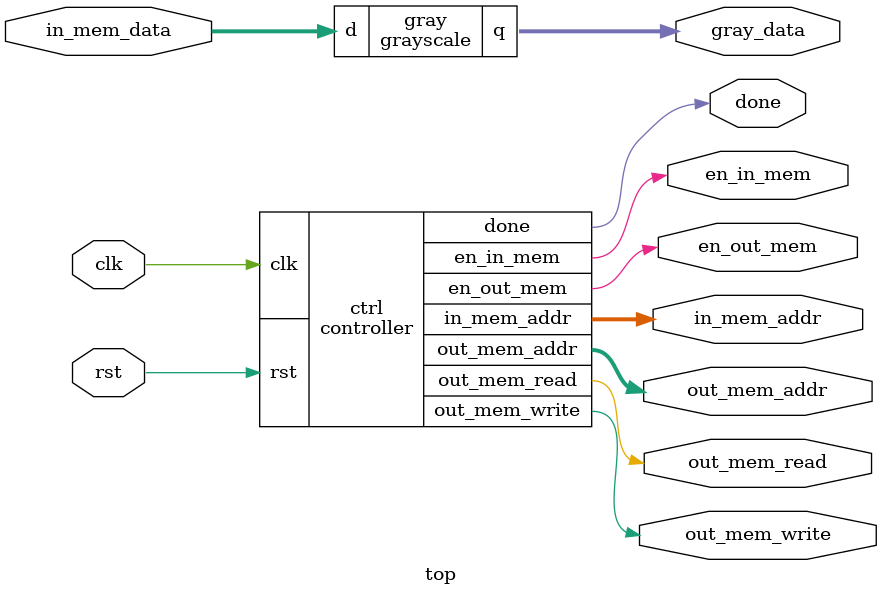
<source format=v>


module grayscale_DW01_add_0 ( A, B, CI, SUM, CO );
  input [11:0] A;
  input [11:0] B;
  output [11:0] SUM;
  input CI;
  output CO;
  wire   n1, n2;
  wire   [11:1] carry;

  ADDFXL U1_3 ( .A(A[3]), .B(B[3]), .CI(carry[3]), .CO(carry[4]), .S(SUM[3])
         );
  ADDFXL U1_10 ( .A(A[10]), .B(B[10]), .CI(carry[10]), .CO(carry[11]), .S(
        SUM[10]) );
  ADDFXL U1_9 ( .A(A[9]), .B(B[9]), .CI(carry[9]), .CO(carry[10]), .S(SUM[9])
         );
  ADDFXL U1_4 ( .A(A[4]), .B(B[4]), .CI(carry[4]), .CO(carry[5]), .S(SUM[4])
         );
  ADDFXL U1_8 ( .A(A[8]), .B(B[8]), .CI(carry[8]), .CO(carry[9]), .S(SUM[8])
         );
  ADDFXL U1_7 ( .A(A[7]), .B(B[7]), .CI(carry[7]), .CO(carry[8]), .S(SUM[7])
         );
  ADDFXL U1_6 ( .A(A[6]), .B(B[6]), .CI(carry[6]), .CO(carry[7]), .S(SUM[6])
         );
  ADDFXL U1_5 ( .A(A[5]), .B(B[5]), .CI(carry[5]), .CO(carry[6]), .S(SUM[5])
         );
  XOR2X1 U1 ( .A(B[11]), .B(carry[11]), .Y(SUM[11]) );
  AND2X1 U2 ( .A(A[1]), .B(B[1]), .Y(n1) );
  OAI2BB1X1 U3 ( .A0N(n1), .A1N(A[2]), .B0(n2), .Y(carry[3]) );
  OAI21XL U4 ( .A0(A[2]), .A1(n1), .B0(B[2]), .Y(n2) );
endmodule


module grayscale_DW01_inc_0 ( A, SUM );
  input [7:0] A;
  output [7:0] SUM;

  wire   [7:2] carry;

  ADDHXL U1_1_5 ( .A(A[5]), .B(carry[5]), .CO(carry[6]), .S(SUM[5]) );
  ADDHXL U1_1_6 ( .A(A[6]), .B(carry[6]), .CO(carry[7]), .S(SUM[6]) );
  ADDHXL U1_1_4 ( .A(A[4]), .B(carry[4]), .CO(carry[5]), .S(SUM[4]) );
  ADDHXL U1_1_3 ( .A(A[3]), .B(carry[3]), .CO(carry[4]), .S(SUM[3]) );
  ADDHXL U1_1_2 ( .A(A[2]), .B(carry[2]), .CO(carry[3]), .S(SUM[2]) );
  ADDHXL U1_1_1 ( .A(A[1]), .B(A[0]), .CO(carry[2]), .S(SUM[1]) );
  CLKINVX1 U1 ( .A(A[0]), .Y(SUM[0]) );
  XOR2X1 U2 ( .A(carry[7]), .B(A[7]), .Y(SUM[7]) );
endmodule


module grayscale ( d, q );
  input [23:0] d;
  output [7:0] q;
  wire   N36, N37, N38, N39, N40, N41, N42, N43, N44, N46, N47, N48, N49, N50,
         N51, N52, N53, N9, N8, N7, N6, N5, N4, N34, N33, N32, N31, N30, N29,
         N28, N27, N26, N25, N23, N22, N21, N20, N19, N18, N17, N16, N15, N14,
         N13, N12, \add_2_root_add_0_root_add_16_4/carry[9] ,
         \add_2_root_add_0_root_add_16_4/carry[8] ,
         \add_2_root_add_0_root_add_16_4/carry[7] ,
         \add_2_root_add_0_root_add_16_4/carry[6] ,
         \add_2_root_add_0_root_add_16_4/carry[5] ,
         \add_2_root_add_0_root_add_16_4/carry[4] ,
         \add_2_root_add_0_root_add_16_4/carry[3] ,
         \add_1_root_add_0_root_add_16_4/carry[10] ,
         \add_1_root_add_0_root_add_16_4/carry[9] ,
         \add_1_root_add_0_root_add_16_4/carry[8] ,
         \add_1_root_add_0_root_add_16_4/carry[7] ,
         \add_1_root_add_0_root_add_16_4/carry[6] ,
         \add_1_root_add_0_root_add_16_4/carry[5] ,
         \add_1_root_add_0_root_add_16_4/carry[4] ,
         \add_3_root_add_0_root_add_16_4/carry[7] ,
         \add_3_root_add_0_root_add_16_4/carry[6] ,
         \add_3_root_add_0_root_add_16_4/carry[5] ,
         \add_3_root_add_0_root_add_16_4/carry[4] ,
         \add_3_root_add_0_root_add_16_4/carry[3] ,
         \add_3_root_add_0_root_add_16_4/carry[2] ,
         \add_3_root_add_0_root_add_16_4/carry[1] , n1, n2;
  wire   SYNOPSYS_UNCONNECTED__0, SYNOPSYS_UNCONNECTED__1, 
        SYNOPSYS_UNCONNECTED__2;
  assign N25 = d[16];

  grayscale_DW01_add_0 add_0_root_add_0_root_add_16_4 ( .A({1'b0, N34, N33, 
        N32, N31, N30, N29, N28, N27, N26, N25, 1'b0}), .B({N23, N22, N21, N20, 
        N19, N18, N17, N16, N15, N14, N13, N12}), .CI(1'b0), .SUM({N44, N43, 
        N42, N41, N40, N39, N38, N37, N36, SYNOPSYS_UNCONNECTED__0, 
        SYNOPSYS_UNCONNECTED__1, SYNOPSYS_UNCONNECTED__2}) );
  grayscale_DW01_inc_0 add_17 ( .A({N44, N43, N42, N41, N40, N39, N38, N37}), 
        .SUM({N53, N52, N51, N50, N49, N48, N47, N46}) );
  AO22X2 U3 ( .A0(N50), .A1(n1), .B0(N41), .B1(n2), .Y(q[4]) );
  AO22X2 U4 ( .A0(N46), .A1(n1), .B0(N37), .B1(n2), .Y(q[0]) );
  AO22X2 U5 ( .A0(N47), .A1(n1), .B0(N38), .B1(n2), .Y(q[1]) );
  AO22X2 U6 ( .A0(N48), .A1(n1), .B0(N39), .B1(n2), .Y(q[2]) );
  AO22X2 U7 ( .A0(N49), .A1(n1), .B0(N40), .B1(n2), .Y(q[3]) );
  INVX3 U8 ( .A(n1), .Y(n2) );
  AO22X2 U9 ( .A0(N51), .A1(n1), .B0(N42), .B1(n2), .Y(q[5]) );
  AO22X2 U10 ( .A0(N52), .A1(n1), .B0(N43), .B1(n2), .Y(q[6]) );
  CLKBUFX3 U11 ( .A(N36), .Y(n1) );
  AO22X2 U12 ( .A0(N53), .A1(n1), .B0(N44), .B1(n2), .Y(q[7]) );
  ADDFXL U13 ( .A(d[9]), .B(d[1]), .CI(
        \add_3_root_add_0_root_add_16_4/carry[1] ), .CO(
        \add_3_root_add_0_root_add_16_4/carry[2] ), .S(N13) );
  ADDFXL U14 ( .A(d[15]), .B(d[7]), .CI(
        \add_3_root_add_0_root_add_16_4/carry[7] ), .CO(N9), .S(N8) );
  ADDFXL U15 ( .A(d[13]), .B(N9), .CI(
        \add_1_root_add_0_root_add_16_4/carry[8] ), .CO(
        \add_1_root_add_0_root_add_16_4/carry[9] ), .S(N20) );
  ADDFXL U16 ( .A(d[12]), .B(N8), .CI(
        \add_1_root_add_0_root_add_16_4/carry[7] ), .CO(
        \add_1_root_add_0_root_add_16_4/carry[8] ), .S(N19) );
  ADDFXL U17 ( .A(d[10]), .B(d[2]), .CI(
        \add_3_root_add_0_root_add_16_4/carry[2] ), .CO(
        \add_3_root_add_0_root_add_16_4/carry[3] ), .S(N14) );
  ADDFXL U18 ( .A(d[11]), .B(d[3]), .CI(
        \add_3_root_add_0_root_add_16_4/carry[3] ), .CO(
        \add_3_root_add_0_root_add_16_4/carry[4] ), .S(N4) );
  ADDFXL U19 ( .A(d[12]), .B(d[4]), .CI(
        \add_3_root_add_0_root_add_16_4/carry[4] ), .CO(
        \add_3_root_add_0_root_add_16_4/carry[5] ), .S(N5) );
  ADDFXL U20 ( .A(d[13]), .B(d[5]), .CI(
        \add_3_root_add_0_root_add_16_4/carry[5] ), .CO(
        \add_3_root_add_0_root_add_16_4/carry[6] ), .S(N6) );
  ADDFXL U21 ( .A(d[14]), .B(d[6]), .CI(
        \add_3_root_add_0_root_add_16_4/carry[6] ), .CO(
        \add_3_root_add_0_root_add_16_4/carry[7] ), .S(N7) );
  ADDFXL U22 ( .A(d[9]), .B(N5), .CI(\add_1_root_add_0_root_add_16_4/carry[4] ), .CO(\add_1_root_add_0_root_add_16_4/carry[5] ), .S(N16) );
  ADDFXL U23 ( .A(d[10]), .B(N6), .CI(
        \add_1_root_add_0_root_add_16_4/carry[5] ), .CO(
        \add_1_root_add_0_root_add_16_4/carry[6] ), .S(N17) );
  ADDFXL U24 ( .A(d[11]), .B(N7), .CI(
        \add_1_root_add_0_root_add_16_4/carry[6] ), .CO(
        \add_1_root_add_0_root_add_16_4/carry[7] ), .S(N18) );
  ADDFXL U25 ( .A(d[18]), .B(d[1]), .CI(
        \add_2_root_add_0_root_add_16_4/carry[3] ), .CO(
        \add_2_root_add_0_root_add_16_4/carry[4] ), .S(N27) );
  ADDFXL U26 ( .A(d[23]), .B(d[6]), .CI(
        \add_2_root_add_0_root_add_16_4/carry[8] ), .CO(
        \add_2_root_add_0_root_add_16_4/carry[9] ), .S(N32) );
  ADDFXL U27 ( .A(d[19]), .B(d[2]), .CI(
        \add_2_root_add_0_root_add_16_4/carry[4] ), .CO(
        \add_2_root_add_0_root_add_16_4/carry[5] ), .S(N28) );
  ADDFXL U28 ( .A(d[20]), .B(d[3]), .CI(
        \add_2_root_add_0_root_add_16_4/carry[5] ), .CO(
        \add_2_root_add_0_root_add_16_4/carry[6] ), .S(N29) );
  ADDFXL U29 ( .A(d[21]), .B(d[4]), .CI(
        \add_2_root_add_0_root_add_16_4/carry[6] ), .CO(
        \add_2_root_add_0_root_add_16_4/carry[7] ), .S(N30) );
  ADDFXL U30 ( .A(d[22]), .B(d[5]), .CI(
        \add_2_root_add_0_root_add_16_4/carry[7] ), .CO(
        \add_2_root_add_0_root_add_16_4/carry[8] ), .S(N31) );
  AND2X1 U31 ( .A(\add_1_root_add_0_root_add_16_4/carry[10] ), .B(d[15]), .Y(
        N23) );
  XOR2X1 U32 ( .A(d[15]), .B(\add_1_root_add_0_root_add_16_4/carry[10] ), .Y(
        N22) );
  AND2X1 U33 ( .A(\add_1_root_add_0_root_add_16_4/carry[9] ), .B(d[14]), .Y(
        \add_1_root_add_0_root_add_16_4/carry[10] ) );
  XOR2X1 U34 ( .A(d[14]), .B(\add_1_root_add_0_root_add_16_4/carry[9] ), .Y(
        N21) );
  AND2X1 U35 ( .A(d[8]), .B(N4), .Y(\add_1_root_add_0_root_add_16_4/carry[4] )
         );
  XOR2X1 U36 ( .A(N4), .B(d[8]), .Y(N15) );
  AND2X1 U37 ( .A(d[8]), .B(d[0]), .Y(
        \add_3_root_add_0_root_add_16_4/carry[1] ) );
  XOR2X1 U38 ( .A(d[0]), .B(d[8]), .Y(N12) );
  AND2X1 U39 ( .A(\add_2_root_add_0_root_add_16_4/carry[9] ), .B(d[7]), .Y(N34) );
  XOR2X1 U40 ( .A(d[7]), .B(\add_2_root_add_0_root_add_16_4/carry[9] ), .Y(N33) );
  AND2X1 U41 ( .A(d[17]), .B(d[0]), .Y(
        \add_2_root_add_0_root_add_16_4/carry[3] ) );
  XOR2X1 U42 ( .A(d[0]), .B(d[17]), .Y(N26) );
endmodule


module controller_DW01_inc_0 ( A, SUM );
  input [31:0] A;
  output [31:0] SUM;

  wire   [31:2] carry;

  ADDHXL U1_1_30 ( .A(A[30]), .B(carry[30]), .CO(carry[31]), .S(SUM[30]) );
  ADDHXL U1_1_29 ( .A(A[29]), .B(carry[29]), .CO(carry[30]), .S(SUM[29]) );
  ADDHXL U1_1_28 ( .A(A[28]), .B(carry[28]), .CO(carry[29]), .S(SUM[28]) );
  ADDHXL U1_1_27 ( .A(A[27]), .B(carry[27]), .CO(carry[28]), .S(SUM[27]) );
  ADDHXL U1_1_26 ( .A(A[26]), .B(carry[26]), .CO(carry[27]), .S(SUM[26]) );
  ADDHXL U1_1_25 ( .A(A[25]), .B(carry[25]), .CO(carry[26]), .S(SUM[25]) );
  ADDHXL U1_1_24 ( .A(A[24]), .B(carry[24]), .CO(carry[25]), .S(SUM[24]) );
  ADDHXL U1_1_23 ( .A(A[23]), .B(carry[23]), .CO(carry[24]), .S(SUM[23]) );
  ADDHXL U1_1_22 ( .A(A[22]), .B(carry[22]), .CO(carry[23]), .S(SUM[22]) );
  ADDHXL U1_1_21 ( .A(A[21]), .B(carry[21]), .CO(carry[22]), .S(SUM[21]) );
  ADDHXL U1_1_20 ( .A(A[20]), .B(carry[20]), .CO(carry[21]), .S(SUM[20]) );
  ADDHXL U1_1_19 ( .A(A[19]), .B(carry[19]), .CO(carry[20]), .S(SUM[19]) );
  ADDHXL U1_1_18 ( .A(A[18]), .B(carry[18]), .CO(carry[19]), .S(SUM[18]) );
  ADDHXL U1_1_17 ( .A(A[17]), .B(carry[17]), .CO(carry[18]), .S(SUM[17]) );
  ADDHXL U1_1_16 ( .A(A[16]), .B(carry[16]), .CO(carry[17]), .S(SUM[16]) );
  ADDHXL U1_1_15 ( .A(A[15]), .B(carry[15]), .CO(carry[16]), .S(SUM[15]) );
  ADDHXL U1_1_14 ( .A(A[14]), .B(carry[14]), .CO(carry[15]), .S(SUM[14]) );
  ADDHXL U1_1_13 ( .A(A[13]), .B(carry[13]), .CO(carry[14]), .S(SUM[13]) );
  ADDHXL U1_1_12 ( .A(A[12]), .B(carry[12]), .CO(carry[13]), .S(SUM[12]) );
  ADDHXL U1_1_11 ( .A(A[11]), .B(carry[11]), .CO(carry[12]), .S(SUM[11]) );
  ADDHXL U1_1_10 ( .A(A[10]), .B(carry[10]), .CO(carry[11]), .S(SUM[10]) );
  ADDHXL U1_1_9 ( .A(A[9]), .B(carry[9]), .CO(carry[10]), .S(SUM[9]) );
  ADDHXL U1_1_8 ( .A(A[8]), .B(carry[8]), .CO(carry[9]), .S(SUM[8]) );
  ADDHXL U1_1_7 ( .A(A[7]), .B(carry[7]), .CO(carry[8]), .S(SUM[7]) );
  ADDHXL U1_1_6 ( .A(A[6]), .B(carry[6]), .CO(carry[7]), .S(SUM[6]) );
  ADDHXL U1_1_5 ( .A(A[5]), .B(carry[5]), .CO(carry[6]), .S(SUM[5]) );
  ADDHXL U1_1_4 ( .A(A[4]), .B(carry[4]), .CO(carry[5]), .S(SUM[4]) );
  ADDHXL U1_1_3 ( .A(A[3]), .B(carry[3]), .CO(carry[4]), .S(SUM[3]) );
  ADDHXL U1_1_2 ( .A(A[2]), .B(carry[2]), .CO(carry[3]), .S(SUM[2]) );
  ADDHXL U1_1_1 ( .A(A[1]), .B(A[0]), .CO(carry[2]), .S(SUM[1]) );
  CLKINVX1 U1 ( .A(A[0]), .Y(SUM[0]) );
  XOR2X1 U2 ( .A(carry[31]), .B(A[31]), .Y(SUM[31]) );
endmodule


module controller ( clk, rst, en_in_mem, in_mem_addr, en_out_mem, out_mem_read, 
        out_mem_write, out_mem_addr, done );
  output [31:0] in_mem_addr;
  output [31:0] out_mem_addr;
  input clk, rst;
  output en_in_mem, en_out_mem, out_mem_read, out_mem_write, done;
  wire   N20, N21, N22, N23, N24, N25, N26, N27, N28, N29, N30, N31, N32, N33,
         N34, N35, N36, N37, N38, N39, N40, N41, N42, N43, N44, N45, N46, N47,
         N48, N49, N50, N51, N52, n1, n2, n5, n6, n9, n10, n11, n12, n13, n14,
         n15, n16, n17, n18, n19, n20, n21, n22, n23, n24, n25, n26, n27, n28,
         n29, n30, n31, n32, n33, n34, n35, n36, n37, n38, n39, n40, n41, n42,
         n43, n44, n45, n46, n47, n48, n49, n50, n51, n52, n53, n54, n55, n57,
         n58, n59, n60, n61, n62, n63, n64, n65, n66, n67, n68, n69, n70, n71,
         n72, n73, n74, n75, n76, n77, n78, n79, n80, n81, n82, n83, n84, n85,
         n86, n87, n88, n89, n90, n91, n92, n93, n94, n95, n96, n97, n98, n99,
         n100, n101, n102, n103, n104, n105, n106, n107, n108, n109, n110,
         n111, n112, n113, n114, n115, n116, n117, n118, n119, n120, n121,
         n122, n123, n124, n125, n126, n127, n128, n129, n130, n131, n132,
         n133, n134, n135, n136, n137, n138, n139, n140, n141, n142, n143,
         n144, n145, n146, n147, n148, n149, n150, n151, n152, n153, n154,
         n155, n156, n3, n4, n7, n8, n56, n157, n158, n159, n160, n161, n162,
         n163, n164, n165, n166, n167, n168;
  wire   [31:0] count;

  controller_DW01_inc_0 add_79 ( .A(count), .SUM({N51, N50, N49, N48, N47, N46, 
        N45, N44, N43, N42, N41, N40, N39, N38, N37, N36, N35, N34, N33, N32, 
        N31, N30, N29, N28, N27, N26, N25, N24, N23, N22, N21, N20}) );
  DFFQX2 \out_mem_addr_reg[0]  ( .D(n89), .CK(clk), .Q(out_mem_addr[0]) );
  DFFQX2 \out_mem_addr_reg[2]  ( .D(n87), .CK(clk), .Q(out_mem_addr[2]) );
  DFFQX2 \out_mem_addr_reg[3]  ( .D(n86), .CK(clk), .Q(out_mem_addr[3]) );
  DFFQX2 \out_mem_addr_reg[4]  ( .D(n85), .CK(clk), .Q(out_mem_addr[4]) );
  DFFQX2 \out_mem_addr_reg[5]  ( .D(n84), .CK(clk), .Q(out_mem_addr[5]) );
  DFFQX2 \out_mem_addr_reg[6]  ( .D(n83), .CK(clk), .Q(out_mem_addr[6]) );
  DFFQX2 \out_mem_addr_reg[7]  ( .D(n82), .CK(clk), .Q(out_mem_addr[7]) );
  DFFQX2 \out_mem_addr_reg[8]  ( .D(n81), .CK(clk), .Q(out_mem_addr[8]) );
  DFFQX2 \out_mem_addr_reg[9]  ( .D(n80), .CK(clk), .Q(out_mem_addr[9]) );
  DFFQX2 \out_mem_addr_reg[10]  ( .D(n79), .CK(clk), .Q(out_mem_addr[10]) );
  DFFQX2 \out_mem_addr_reg[11]  ( .D(n78), .CK(clk), .Q(out_mem_addr[11]) );
  DFFQX2 \out_mem_addr_reg[12]  ( .D(n77), .CK(clk), .Q(out_mem_addr[12]) );
  DFFQX2 \out_mem_addr_reg[13]  ( .D(n76), .CK(clk), .Q(out_mem_addr[13]) );
  DFFQX2 \out_mem_addr_reg[14]  ( .D(n75), .CK(clk), .Q(out_mem_addr[14]) );
  DFFQX2 \out_mem_addr_reg[15]  ( .D(n74), .CK(clk), .Q(out_mem_addr[15]) );
  DFFQX2 \out_mem_addr_reg[16]  ( .D(n73), .CK(clk), .Q(out_mem_addr[16]) );
  DFFQX2 \out_mem_addr_reg[17]  ( .D(n72), .CK(clk), .Q(out_mem_addr[17]) );
  DFFQX2 \out_mem_addr_reg[18]  ( .D(n71), .CK(clk), .Q(out_mem_addr[18]) );
  DFFQX2 \out_mem_addr_reg[19]  ( .D(n70), .CK(clk), .Q(out_mem_addr[19]) );
  DFFQX2 \out_mem_addr_reg[20]  ( .D(n69), .CK(clk), .Q(out_mem_addr[20]) );
  DFFQX2 \out_mem_addr_reg[21]  ( .D(n68), .CK(clk), .Q(out_mem_addr[21]) );
  DFFQX2 \out_mem_addr_reg[22]  ( .D(n67), .CK(clk), .Q(out_mem_addr[22]) );
  DFFQX2 \out_mem_addr_reg[23]  ( .D(n66), .CK(clk), .Q(out_mem_addr[23]) );
  DFFQX2 \out_mem_addr_reg[24]  ( .D(n65), .CK(clk), .Q(out_mem_addr[24]) );
  DFFQX2 \out_mem_addr_reg[25]  ( .D(n64), .CK(clk), .Q(out_mem_addr[25]) );
  DFFQX2 \out_mem_addr_reg[26]  ( .D(n63), .CK(clk), .Q(out_mem_addr[26]) );
  DFFQX2 \out_mem_addr_reg[27]  ( .D(n62), .CK(clk), .Q(out_mem_addr[27]) );
  DFFQX2 \out_mem_addr_reg[28]  ( .D(n61), .CK(clk), .Q(out_mem_addr[28]) );
  DFFQX2 \out_mem_addr_reg[29]  ( .D(n60), .CK(clk), .Q(out_mem_addr[29]) );
  DFFQX2 \out_mem_addr_reg[30]  ( .D(n59), .CK(clk), .Q(out_mem_addr[30]) );
  DFFQX2 \out_mem_addr_reg[31]  ( .D(n58), .CK(clk), .Q(out_mem_addr[31]) );
  DFFQX2 \out_mem_addr_reg[1]  ( .D(n88), .CK(clk), .Q(out_mem_addr[1]) );
  DFFQX2 \in_mem_addr_reg[31]  ( .D(n90), .CK(clk), .Q(in_mem_addr[31]) );
  DFFQX2 \in_mem_addr_reg[30]  ( .D(n91), .CK(clk), .Q(in_mem_addr[30]) );
  DFFQX2 \in_mem_addr_reg[29]  ( .D(n92), .CK(clk), .Q(in_mem_addr[29]) );
  DFFQX2 \in_mem_addr_reg[28]  ( .D(n93), .CK(clk), .Q(in_mem_addr[28]) );
  DFFQX2 \in_mem_addr_reg[27]  ( .D(n94), .CK(clk), .Q(in_mem_addr[27]) );
  DFFQX2 \in_mem_addr_reg[26]  ( .D(n95), .CK(clk), .Q(in_mem_addr[26]) );
  DFFQX2 \in_mem_addr_reg[25]  ( .D(n96), .CK(clk), .Q(in_mem_addr[25]) );
  DFFQX2 \in_mem_addr_reg[24]  ( .D(n97), .CK(clk), .Q(in_mem_addr[24]) );
  DFFQX2 \in_mem_addr_reg[23]  ( .D(n98), .CK(clk), .Q(in_mem_addr[23]) );
  DFFQX2 \in_mem_addr_reg[22]  ( .D(n99), .CK(clk), .Q(in_mem_addr[22]) );
  DFFQX2 \in_mem_addr_reg[21]  ( .D(n100), .CK(clk), .Q(in_mem_addr[21]) );
  DFFQX2 \in_mem_addr_reg[20]  ( .D(n101), .CK(clk), .Q(in_mem_addr[20]) );
  DFFQX2 \in_mem_addr_reg[19]  ( .D(n102), .CK(clk), .Q(in_mem_addr[19]) );
  DFFQX2 \in_mem_addr_reg[18]  ( .D(n103), .CK(clk), .Q(in_mem_addr[18]) );
  DFFQX2 \in_mem_addr_reg[17]  ( .D(n104), .CK(clk), .Q(in_mem_addr[17]) );
  DFFQX2 \in_mem_addr_reg[16]  ( .D(n105), .CK(clk), .Q(in_mem_addr[16]) );
  DFFQX2 \in_mem_addr_reg[15]  ( .D(n106), .CK(clk), .Q(in_mem_addr[15]) );
  DFFQX2 \in_mem_addr_reg[14]  ( .D(n107), .CK(clk), .Q(in_mem_addr[14]) );
  DFFQX2 \in_mem_addr_reg[13]  ( .D(n108), .CK(clk), .Q(in_mem_addr[13]) );
  DFFQX2 \in_mem_addr_reg[12]  ( .D(n109), .CK(clk), .Q(in_mem_addr[12]) );
  DFFQX2 \in_mem_addr_reg[11]  ( .D(n110), .CK(clk), .Q(in_mem_addr[11]) );
  DFFQX2 \in_mem_addr_reg[10]  ( .D(n111), .CK(clk), .Q(in_mem_addr[10]) );
  DFFQX2 \in_mem_addr_reg[9]  ( .D(n112), .CK(clk), .Q(in_mem_addr[9]) );
  DFFQX2 \in_mem_addr_reg[8]  ( .D(n113), .CK(clk), .Q(in_mem_addr[8]) );
  DFFQX2 \in_mem_addr_reg[7]  ( .D(n114), .CK(clk), .Q(in_mem_addr[7]) );
  DFFQX2 \in_mem_addr_reg[6]  ( .D(n115), .CK(clk), .Q(in_mem_addr[6]) );
  DFFQX2 \in_mem_addr_reg[5]  ( .D(n116), .CK(clk), .Q(in_mem_addr[5]) );
  DFFQX2 \in_mem_addr_reg[4]  ( .D(n117), .CK(clk), .Q(in_mem_addr[4]) );
  DFFQX2 \in_mem_addr_reg[3]  ( .D(n118), .CK(clk), .Q(in_mem_addr[3]) );
  DFFQX2 \in_mem_addr_reg[2]  ( .D(n119), .CK(clk), .Q(in_mem_addr[2]) );
  DFFQX2 \in_mem_addr_reg[1]  ( .D(n120), .CK(clk), .Q(in_mem_addr[1]) );
  DFFQX2 \in_mem_addr_reg[0]  ( .D(n121), .CK(clk), .Q(in_mem_addr[0]) );
  DFFRX2 done_reg ( .D(n20), .CK(clk), .RN(n160), .Q(done), .QN(n19) );
  DFFRX2 out_mem_read_reg ( .D(n57), .CK(clk), .RN(n160), .Q(out_mem_read) );
  DFFRX1 \cs_reg[1]  ( .D(n155), .CK(clk), .RN(n160), .Q(n7), .QN(n54) );
  DFFRX1 \cs_reg[2]  ( .D(n122), .CK(clk), .RN(n160), .QN(n53) );
  DFFRX1 \count_reg[0]  ( .D(n153), .CK(clk), .RN(n158), .Q(count[0]), .QN(n52) );
  DFFRX1 \count_reg[26]  ( .D(n128), .CK(clk), .RN(n160), .Q(count[26]), .QN(
        n26) );
  DFFRX1 \count_reg[27]  ( .D(n127), .CK(clk), .RN(n160), .Q(count[27]), .QN(
        n25) );
  DFFRX1 \count_reg[28]  ( .D(n126), .CK(clk), .RN(n160), .Q(count[28]), .QN(
        n24) );
  DFFRX1 \count_reg[29]  ( .D(n125), .CK(clk), .RN(n160), .Q(count[29]), .QN(
        n23) );
  DFFRX1 \count_reg[31]  ( .D(n123), .CK(clk), .RN(n160), .Q(count[31]), .QN(
        n21) );
  DFFRX1 \count_reg[30]  ( .D(n124), .CK(clk), .RN(n160), .Q(count[30]), .QN(
        n22) );
  DFFRX2 en_in_mem_reg ( .D(N52), .CK(clk), .RN(n160), .Q(en_in_mem) );
  DFFRX1 \count_reg[20]  ( .D(n134), .CK(clk), .RN(n159), .Q(count[20]), .QN(
        n32) );
  DFFRX1 \count_reg[21]  ( .D(n133), .CK(clk), .RN(n159), .Q(count[21]), .QN(
        n31) );
  DFFRX1 \count_reg[22]  ( .D(n132), .CK(clk), .RN(n159), .Q(count[22]), .QN(
        n30) );
  DFFRX1 \count_reg[23]  ( .D(n131), .CK(clk), .RN(n159), .Q(count[23]), .QN(
        n29) );
  DFFRX1 \count_reg[24]  ( .D(n130), .CK(clk), .RN(n160), .Q(count[24]), .QN(
        n28) );
  DFFRX1 \count_reg[25]  ( .D(n129), .CK(clk), .RN(n160), .Q(count[25]), .QN(
        n27) );
  DFFSX1 \cs_reg[0]  ( .D(n156), .CK(clk), .SN(n160), .QN(n55) );
  DFFRX1 \count_reg[14]  ( .D(n140), .CK(clk), .RN(n159), .Q(count[14]), .QN(
        n38) );
  DFFRX1 \count_reg[15]  ( .D(n139), .CK(clk), .RN(n159), .Q(count[15]), .QN(
        n37) );
  DFFRX1 \count_reg[16]  ( .D(n138), .CK(clk), .RN(n159), .Q(count[16]), .QN(
        n36) );
  DFFRX1 \count_reg[17]  ( .D(n137), .CK(clk), .RN(n159), .Q(count[17]), .QN(
        n35) );
  DFFRX1 \count_reg[18]  ( .D(n136), .CK(clk), .RN(n159), .Q(count[18]), .QN(
        n34) );
  DFFRX1 \count_reg[19]  ( .D(n135), .CK(clk), .RN(n159), .Q(count[19]), .QN(
        n33) );
  DFFRX1 \count_reg[7]  ( .D(n147), .CK(clk), .RN(n158), .Q(count[7]), .QN(n45) );
  DFFRX1 \count_reg[8]  ( .D(n146), .CK(clk), .RN(n158), .Q(count[8]), .QN(n44) );
  DFFRX1 \count_reg[9]  ( .D(n145), .CK(clk), .RN(n158), .Q(count[9]), .QN(n43) );
  DFFRX1 \count_reg[10]  ( .D(n144), .CK(clk), .RN(n158), .Q(count[10]), .QN(
        n42) );
  DFFRX1 \count_reg[11]  ( .D(n143), .CK(clk), .RN(n159), .Q(count[11]), .QN(
        n41) );
  DFFRX1 \count_reg[12]  ( .D(n142), .CK(clk), .RN(n159), .Q(count[12]), .QN(
        n40) );
  DFFRX1 \count_reg[13]  ( .D(n141), .CK(clk), .RN(n159), .Q(count[13]), .QN(
        n39) );
  DFFRX1 \count_reg[1]  ( .D(n154), .CK(clk), .RN(n158), .Q(count[1]), .QN(n51) );
  DFFRX1 \count_reg[2]  ( .D(n152), .CK(clk), .RN(n158), .Q(count[2]), .QN(n50) );
  DFFRX1 \count_reg[3]  ( .D(n151), .CK(clk), .RN(n158), .Q(count[3]), .QN(n49) );
  DFFRX1 \count_reg[4]  ( .D(n150), .CK(clk), .RN(n158), .Q(count[4]), .QN(n48) );
  DFFRX1 \count_reg[5]  ( .D(n149), .CK(clk), .RN(n158), .Q(count[5]), .QN(n47) );
  DFFRX1 \count_reg[6]  ( .D(n148), .CK(clk), .RN(n158), .Q(count[6]), .QN(n46) );
  DFFRX2 en_out_mem_reg ( .D(n8), .CK(clk), .RN(n159), .Q(en_out_mem) );
  DFFRX2 out_mem_write_reg ( .D(n56), .CK(clk), .RN(n158), .Q(out_mem_write)
         );
  NAND2X1 U3 ( .A(N52), .B(n158), .Y(n3) );
  NAND2X1 U4 ( .A(n56), .B(n158), .Y(n4) );
  CLKINVX1 U5 ( .A(n5), .Y(n167) );
  CLKINVX1 U6 ( .A(rst), .Y(n168) );
  NOR3BX1 U7 ( .AN(n53), .B(n7), .C(n55), .Y(N52) );
  CLKBUFX3 U8 ( .A(n4), .Y(n166) );
  CLKBUFX3 U9 ( .A(n164), .Y(n165) );
  CLKBUFX3 U10 ( .A(n3), .Y(n163) );
  CLKBUFX3 U11 ( .A(n161), .Y(n162) );
  CLKBUFX3 U12 ( .A(n4), .Y(n164) );
  CLKBUFX3 U13 ( .A(n3), .Y(n161) );
  CLKBUFX3 U14 ( .A(n167), .Y(n56) );
  CLKBUFX3 U15 ( .A(n167), .Y(n157) );
  CLKBUFX3 U16 ( .A(n167), .Y(n8) );
  CLKBUFX3 U17 ( .A(n168), .Y(n158) );
  AO21X1 U18 ( .A0(n7), .A1(n5), .B0(N52), .Y(n155) );
  CLKBUFX3 U19 ( .A(n168), .Y(n159) );
  CLKBUFX3 U20 ( .A(n168), .Y(n160) );
  OAI2BB2XL U21 ( .B0(n51), .B1(n162), .A0N(in_mem_addr[1]), .A1N(n161), .Y(
        n120) );
  OAI2BB2XL U22 ( .B0(n47), .B1(n162), .A0N(in_mem_addr[5]), .A1N(n163), .Y(
        n116) );
  OAI2BB2XL U23 ( .B0(n41), .B1(n162), .A0N(in_mem_addr[11]), .A1N(n163), .Y(
        n110) );
  OAI2BB2XL U24 ( .B0(n32), .B1(n161), .A0N(in_mem_addr[20]), .A1N(n161), .Y(
        n101) );
  OAI2BB2XL U25 ( .B0(n28), .B1(n161), .A0N(in_mem_addr[24]), .A1N(n163), .Y(
        n97) );
  OAI2BB2XL U26 ( .B0(n24), .B1(n3), .A0N(in_mem_addr[28]), .A1N(n163), .Y(n93) );
  OAI2BB2XL U27 ( .B0(n51), .B1(n165), .A0N(out_mem_addr[1]), .A1N(n164), .Y(
        n88) );
  OAI2BB2XL U28 ( .B0(n24), .B1(n4), .A0N(out_mem_addr[28]), .A1N(n166), .Y(
        n61) );
  OAI2BB2XL U29 ( .B0(n28), .B1(n164), .A0N(out_mem_addr[24]), .A1N(n166), .Y(
        n65) );
  OAI2BB2XL U30 ( .B0(n32), .B1(n164), .A0N(out_mem_addr[20]), .A1N(n164), .Y(
        n69) );
  OAI2BB2XL U31 ( .B0(n41), .B1(n165), .A0N(out_mem_addr[11]), .A1N(n166), .Y(
        n78) );
  OAI2BB2XL U32 ( .B0(n47), .B1(n165), .A0N(out_mem_addr[5]), .A1N(n166), .Y(
        n84) );
  OAI2BB2XL U33 ( .B0(n50), .B1(n162), .A0N(in_mem_addr[2]), .A1N(n161), .Y(
        n119) );
  OAI2BB2XL U34 ( .B0(n46), .B1(n162), .A0N(in_mem_addr[6]), .A1N(n163), .Y(
        n115) );
  OAI2BB2XL U35 ( .B0(n39), .B1(n161), .A0N(in_mem_addr[13]), .A1N(n163), .Y(
        n108) );
  OAI2BB2XL U36 ( .B0(n31), .B1(n161), .A0N(in_mem_addr[21]), .A1N(n163), .Y(
        n100) );
  OAI2BB2XL U37 ( .B0(n27), .B1(n3), .A0N(in_mem_addr[25]), .A1N(n163), .Y(n96) );
  OAI2BB2XL U38 ( .B0(n23), .B1(n3), .A0N(in_mem_addr[29]), .A1N(n163), .Y(n92) );
  OAI2BB2XL U39 ( .B0(n23), .B1(n4), .A0N(out_mem_addr[29]), .A1N(n166), .Y(
        n60) );
  OAI2BB2XL U40 ( .B0(n27), .B1(n4), .A0N(out_mem_addr[25]), .A1N(n166), .Y(
        n64) );
  OAI2BB2XL U41 ( .B0(n31), .B1(n164), .A0N(out_mem_addr[21]), .A1N(n166), .Y(
        n68) );
  OAI2BB2XL U42 ( .B0(n39), .B1(n164), .A0N(out_mem_addr[13]), .A1N(n166), .Y(
        n76) );
  OAI2BB2XL U43 ( .B0(n46), .B1(n165), .A0N(out_mem_addr[6]), .A1N(n166), .Y(
        n83) );
  OAI2BB2XL U44 ( .B0(n50), .B1(n165), .A0N(out_mem_addr[2]), .A1N(n164), .Y(
        n87) );
  OAI2BB2XL U45 ( .B0(n49), .B1(n162), .A0N(in_mem_addr[3]), .A1N(n163), .Y(
        n118) );
  OAI2BB2XL U46 ( .B0(n45), .B1(n162), .A0N(in_mem_addr[7]), .A1N(n163), .Y(
        n114) );
  OAI2BB2XL U47 ( .B0(n37), .B1(n161), .A0N(in_mem_addr[15]), .A1N(n161), .Y(
        n106) );
  OAI2BB2XL U48 ( .B0(n30), .B1(n161), .A0N(in_mem_addr[22]), .A1N(n163), .Y(
        n99) );
  OAI2BB2XL U49 ( .B0(n26), .B1(n161), .A0N(in_mem_addr[26]), .A1N(n163), .Y(
        n95) );
  OAI2BB2XL U50 ( .B0(n22), .B1(n161), .A0N(in_mem_addr[30]), .A1N(n162), .Y(
        n91) );
  OAI2BB2XL U51 ( .B0(n22), .B1(n164), .A0N(out_mem_addr[30]), .A1N(n165), .Y(
        n59) );
  OAI2BB2XL U52 ( .B0(n26), .B1(n164), .A0N(out_mem_addr[26]), .A1N(n166), .Y(
        n63) );
  OAI2BB2XL U53 ( .B0(n30), .B1(n164), .A0N(out_mem_addr[22]), .A1N(n166), .Y(
        n67) );
  OAI2BB2XL U54 ( .B0(n37), .B1(n164), .A0N(out_mem_addr[15]), .A1N(n164), .Y(
        n74) );
  OAI2BB2XL U55 ( .B0(n45), .B1(n165), .A0N(out_mem_addr[7]), .A1N(n166), .Y(
        n82) );
  OAI2BB2XL U56 ( .B0(n49), .B1(n165), .A0N(out_mem_addr[3]), .A1N(n166), .Y(
        n86) );
  OAI2BB2XL U57 ( .B0(n48), .B1(n162), .A0N(in_mem_addr[4]), .A1N(n161), .Y(
        n117) );
  OAI2BB2XL U58 ( .B0(n42), .B1(n162), .A0N(in_mem_addr[10]), .A1N(n163), .Y(
        n111) );
  OAI2BB2XL U59 ( .B0(n33), .B1(n161), .A0N(in_mem_addr[19]), .A1N(n163), .Y(
        n102) );
  OAI2BB2XL U60 ( .B0(n29), .B1(n161), .A0N(in_mem_addr[23]), .A1N(n163), .Y(
        n98) );
  OAI2BB2XL U61 ( .B0(n25), .B1(n161), .A0N(in_mem_addr[27]), .A1N(n163), .Y(
        n94) );
  OAI2BB2XL U62 ( .B0(n21), .B1(n161), .A0N(in_mem_addr[31]), .A1N(n161), .Y(
        n90) );
  OAI2BB2XL U63 ( .B0(n21), .B1(n164), .A0N(out_mem_addr[31]), .A1N(n164), .Y(
        n58) );
  OAI2BB2XL U64 ( .B0(n25), .B1(n164), .A0N(out_mem_addr[27]), .A1N(n166), .Y(
        n62) );
  OAI2BB2XL U65 ( .B0(n29), .B1(n164), .A0N(out_mem_addr[23]), .A1N(n166), .Y(
        n66) );
  OAI2BB2XL U66 ( .B0(n33), .B1(n164), .A0N(out_mem_addr[19]), .A1N(n166), .Y(
        n70) );
  OAI2BB2XL U67 ( .B0(n42), .B1(n165), .A0N(out_mem_addr[10]), .A1N(n166), .Y(
        n79) );
  OAI2BB2XL U68 ( .B0(n48), .B1(n165), .A0N(out_mem_addr[4]), .A1N(n164), .Y(
        n85) );
  OAI2BB2XL U69 ( .B0(n44), .B1(n162), .A0N(in_mem_addr[8]), .A1N(n163), .Y(
        n113) );
  OAI2BB2XL U70 ( .B0(n36), .B1(n161), .A0N(in_mem_addr[16]), .A1N(n163), .Y(
        n105) );
  OAI2BB2XL U71 ( .B0(n36), .B1(n164), .A0N(out_mem_addr[16]), .A1N(n166), .Y(
        n73) );
  OAI2BB2XL U72 ( .B0(n44), .B1(n165), .A0N(out_mem_addr[8]), .A1N(n166), .Y(
        n81) );
  OAI2BB2XL U73 ( .B0(n40), .B1(n162), .A0N(in_mem_addr[12]), .A1N(n163), .Y(
        n109) );
  OAI2BB2XL U74 ( .B0(n34), .B1(n162), .A0N(in_mem_addr[18]), .A1N(n3), .Y(
        n103) );
  OAI2BB2XL U75 ( .B0(n34), .B1(n165), .A0N(out_mem_addr[18]), .A1N(n4), .Y(
        n71) );
  OAI2BB2XL U76 ( .B0(n40), .B1(n165), .A0N(out_mem_addr[12]), .A1N(n166), .Y(
        n77) );
  OAI2BB2XL U77 ( .B0(n43), .B1(n162), .A0N(in_mem_addr[9]), .A1N(n163), .Y(
        n112) );
  OAI2BB2XL U78 ( .B0(n35), .B1(n162), .A0N(in_mem_addr[17]), .A1N(n3), .Y(
        n104) );
  OAI2BB2XL U79 ( .B0(n35), .B1(n165), .A0N(out_mem_addr[17]), .A1N(n4), .Y(
        n72) );
  OAI2BB2XL U80 ( .B0(n43), .B1(n165), .A0N(out_mem_addr[9]), .A1N(n166), .Y(
        n80) );
  OAI2BB2XL U81 ( .B0(n38), .B1(n162), .A0N(in_mem_addr[14]), .A1N(n163), .Y(
        n107) );
  OAI2BB2XL U82 ( .B0(n38), .B1(n165), .A0N(out_mem_addr[14]), .A1N(n166), .Y(
        n75) );
  OAI2BB2XL U83 ( .B0(n52), .B1(n162), .A0N(in_mem_addr[0]), .A1N(n161), .Y(
        n121) );
  OAI2BB2XL U84 ( .B0(n52), .B1(n165), .A0N(out_mem_addr[0]), .A1N(n164), .Y(
        n89) );
  OAI2BB2XL U85 ( .B0(n8), .B1(n24), .A0N(N48), .A1N(n157), .Y(n126) );
  OAI2BB2XL U86 ( .B0(n56), .B1(n23), .A0N(N49), .A1N(n157), .Y(n125) );
  OAI2BB2XL U87 ( .B0(n56), .B1(n22), .A0N(N50), .A1N(n157), .Y(n124) );
  OAI2BB2XL U88 ( .B0(n56), .B1(n21), .A0N(N51), .A1N(n8), .Y(n123) );
  OAI2BB2XL U89 ( .B0(n56), .B1(n25), .A0N(N47), .A1N(n157), .Y(n127) );
  OAI2BB2XL U90 ( .B0(n56), .B1(n28), .A0N(N44), .A1N(n8), .Y(n130) );
  OAI2BB2XL U91 ( .B0(n8), .B1(n32), .A0N(N40), .A1N(n56), .Y(n134) );
  OAI2BB2XL U92 ( .B0(n56), .B1(n27), .A0N(N45), .A1N(n157), .Y(n129) );
  OAI2BB2XL U93 ( .B0(n8), .B1(n31), .A0N(N41), .A1N(n56), .Y(n133) );
  OAI2BB2XL U94 ( .B0(n56), .B1(n26), .A0N(N46), .A1N(n157), .Y(n128) );
  OAI2BB2XL U95 ( .B0(n8), .B1(n30), .A0N(N42), .A1N(n157), .Y(n132) );
  OAI2BB2XL U96 ( .B0(n8), .B1(n29), .A0N(N43), .A1N(n56), .Y(n131) );
  OAI2BB2XL U97 ( .B0(n8), .B1(n37), .A0N(N35), .A1N(n157), .Y(n139) );
  OAI2BB2XL U98 ( .B0(n8), .B1(n33), .A0N(N39), .A1N(n56), .Y(n135) );
  OAI2BB2XL U99 ( .B0(n8), .B1(n36), .A0N(N36), .A1N(n157), .Y(n138) );
  OAI2BB2XL U100 ( .B0(n8), .B1(n34), .A0N(N38), .A1N(n56), .Y(n136) );
  OAI2BB2XL U101 ( .B0(n8), .B1(n35), .A0N(N37), .A1N(n56), .Y(n137) );
  OAI2BB2XL U102 ( .B0(n8), .B1(n38), .A0N(N34), .A1N(n157), .Y(n140) );
  NAND3X1 U103 ( .A(n55), .B(n7), .C(n53), .Y(n5) );
  OAI2BB2XL U104 ( .B0(n157), .B1(n41), .A0N(N31), .A1N(n157), .Y(n143) );
  OAI2BB2XL U105 ( .B0(n8), .B1(n39), .A0N(N33), .A1N(n157), .Y(n141) );
  OAI2BB2XL U106 ( .B0(n8), .B1(n45), .A0N(N27), .A1N(n157), .Y(n147) );
  OAI2BB2XL U107 ( .B0(n157), .B1(n42), .A0N(N30), .A1N(n157), .Y(n144) );
  OAI2BB2XL U108 ( .B0(n8), .B1(n44), .A0N(N28), .A1N(n157), .Y(n146) );
  OAI2BB2XL U109 ( .B0(n56), .B1(n40), .A0N(N32), .A1N(n157), .Y(n142) );
  OAI2BB2XL U110 ( .B0(n56), .B1(n43), .A0N(N29), .A1N(n157), .Y(n145) );
  NAND3BX1 U111 ( .AN(n53), .B(n55), .C(n54), .Y(n1) );
  NAND4X1 U112 ( .A(n42), .B(n45), .C(n46), .D(n47), .Y(n14) );
  NAND4X1 U113 ( .A(n21), .B(n22), .C(n23), .D(n24), .Y(n18) );
  NAND4X1 U114 ( .A(n48), .B(n49), .C(n50), .D(n51), .Y(n13) );
  NAND4X1 U115 ( .A(n25), .B(n26), .C(n27), .D(n28), .Y(n17) );
  NAND4X1 U116 ( .A(n29), .B(n30), .C(n31), .D(n32), .Y(n16) );
  NAND2X1 U117 ( .A(n9), .B(n10), .Y(n6) );
  NOR4X1 U118 ( .A(n15), .B(n16), .C(n17), .D(n18), .Y(n9) );
  NOR4X1 U119 ( .A(n11), .B(n12), .C(n13), .D(n14), .Y(n10) );
  NAND4X1 U120 ( .A(n33), .B(n37), .C(n39), .D(n41), .Y(n15) );
  OAI2BB2XL U121 ( .B0(n55), .B1(N52), .A0N(n6), .A1N(n8), .Y(n156) );
  OAI21XL U122 ( .A0(n5), .A1(n6), .B0(n53), .Y(n122) );
  OAI2BB2XL U123 ( .B0(n167), .B1(n47), .A0N(N25), .A1N(n157), .Y(n149) );
  OAI2BB2XL U124 ( .B0(n8), .B1(n51), .A0N(N21), .A1N(n56), .Y(n154) );
  OAI2BB2XL U125 ( .B0(n167), .B1(n46), .A0N(N26), .A1N(n157), .Y(n148) );
  OAI2BB2XL U126 ( .B0(n167), .B1(n50), .A0N(N22), .A1N(n8), .Y(n152) );
  OAI2BB2XL U127 ( .B0(n8), .B1(n49), .A0N(N23), .A1N(n56), .Y(n151) );
  OAI2BB2XL U128 ( .B0(n167), .B1(n48), .A0N(N24), .A1N(n157), .Y(n150) );
  OR4X1 U129 ( .A(count[0]), .B(n44), .C(n43), .D(n40), .Y(n12) );
  OR4X1 U130 ( .A(n38), .B(n36), .C(n35), .D(n34), .Y(n11) );
  NAND2X1 U131 ( .A(n19), .B(n1), .Y(n20) );
  NAND2X1 U132 ( .A(n1), .B(n2), .Y(n57) );
  OAI21XL U133 ( .A0(N52), .A1(n56), .B0(out_mem_read), .Y(n2) );
  AO22X1 U134 ( .A0(n5), .A1(count[0]), .B0(N20), .B1(n56), .Y(n153) );
endmodule


module top ( clk, rst, done, in_mem_data, gray_data, en_in_mem, in_mem_addr, 
        en_out_mem, out_mem_addr, out_mem_read, out_mem_write );
  input [23:0] in_mem_data;
  output [7:0] gray_data;
  output [31:0] in_mem_addr;
  output [31:0] out_mem_addr;
  input clk, rst;
  output done, en_in_mem, en_out_mem, out_mem_read, out_mem_write;


  grayscale gray ( .d(in_mem_data), .q(gray_data) );
  controller ctrl ( .clk(clk), .rst(rst), .en_in_mem(en_in_mem), .in_mem_addr(
        in_mem_addr), .en_out_mem(en_out_mem), .out_mem_read(out_mem_read), 
        .out_mem_write(out_mem_write), .out_mem_addr(out_mem_addr), .done(done) );
endmodule


</source>
